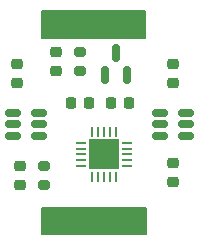
<source format=gbr>
%TF.GenerationSoftware,KiCad,Pcbnew,7.0.7*%
%TF.CreationDate,2023-11-24T20:38:26+10:30*%
%TF.ProjectId,ring_pcb_IR,72696e67-5f70-4636-925f-49522e6b6963,rev?*%
%TF.SameCoordinates,Original*%
%TF.FileFunction,Soldermask,Top*%
%TF.FilePolarity,Negative*%
%FSLAX46Y46*%
G04 Gerber Fmt 4.6, Leading zero omitted, Abs format (unit mm)*
G04 Created by KiCad (PCBNEW 7.0.7) date 2023-11-24 20:38:26*
%MOMM*%
%LPD*%
G01*
G04 APERTURE LIST*
G04 Aperture macros list*
%AMRoundRect*
0 Rectangle with rounded corners*
0 $1 Rounding radius*
0 $2 $3 $4 $5 $6 $7 $8 $9 X,Y pos of 4 corners*
0 Add a 4 corners polygon primitive as box body*
4,1,4,$2,$3,$4,$5,$6,$7,$8,$9,$2,$3,0*
0 Add four circle primitives for the rounded corners*
1,1,$1+$1,$2,$3*
1,1,$1+$1,$4,$5*
1,1,$1+$1,$6,$7*
1,1,$1+$1,$8,$9*
0 Add four rect primitives between the rounded corners*
20,1,$1+$1,$2,$3,$4,$5,0*
20,1,$1+$1,$4,$5,$6,$7,0*
20,1,$1+$1,$6,$7,$8,$9,0*
20,1,$1+$1,$8,$9,$2,$3,0*%
G04 Aperture macros list end*
%ADD10RoundRect,0.200000X0.275000X-0.200000X0.275000X0.200000X-0.275000X0.200000X-0.275000X-0.200000X0*%
%ADD11RoundRect,0.225000X-0.225000X-0.250000X0.225000X-0.250000X0.225000X0.250000X-0.225000X0.250000X0*%
%ADD12RoundRect,0.150000X0.150000X-0.587500X0.150000X0.587500X-0.150000X0.587500X-0.150000X-0.587500X0*%
%ADD13RoundRect,0.218750X0.256250X-0.218750X0.256250X0.218750X-0.256250X0.218750X-0.256250X-0.218750X0*%
%ADD14RoundRect,0.218750X-0.256250X0.218750X-0.256250X-0.218750X0.256250X-0.218750X0.256250X0.218750X0*%
%ADD15R,1.000000X1.000000*%
%ADD16RoundRect,0.150000X0.512500X0.150000X-0.512500X0.150000X-0.512500X-0.150000X0.512500X-0.150000X0*%
%ADD17RoundRect,0.062500X-0.362500X-0.062500X0.362500X-0.062500X0.362500X0.062500X-0.362500X0.062500X0*%
%ADD18RoundRect,0.062500X-0.062500X-0.362500X0.062500X-0.362500X0.062500X0.362500X-0.062500X0.362500X0*%
%ADD19R,2.600000X2.600000*%
%ADD20RoundRect,0.225000X0.225000X0.250000X-0.225000X0.250000X-0.225000X-0.250000X0.225000X-0.250000X0*%
%ADD21RoundRect,0.150000X-0.512500X-0.150000X0.512500X-0.150000X0.512500X0.150000X-0.512500X0.150000X0*%
G04 APERTURE END LIST*
D10*
%TO.C,R1*%
X132334000Y-116395000D03*
X132334000Y-114745000D03*
%TD*%
D11*
%TO.C,C1*%
X134607000Y-109474000D03*
X136157000Y-109474000D03*
%TD*%
D12*
%TO.C,Q1*%
X137480000Y-107109500D03*
X139380000Y-107109500D03*
X138430000Y-105234500D03*
%TD*%
D13*
%TO.C,D3*%
X130048000Y-107721500D03*
X130048000Y-106146500D03*
%TD*%
D14*
%TO.C,D1*%
X130302000Y-114808000D03*
X130302000Y-116383000D03*
%TD*%
%TO.C,D4*%
X143256000Y-114528500D03*
X143256000Y-116103500D03*
%TD*%
D15*
%TO.C,TP7*%
X136525000Y-102717600D03*
%TD*%
%TO.C,TP8*%
X136652000Y-119634000D03*
%TD*%
D16*
%TO.C,Q2*%
X144393500Y-112202000D03*
X144393500Y-111252000D03*
X144393500Y-110302000D03*
X142118500Y-110302000D03*
X142118500Y-111252000D03*
X142118500Y-112202000D03*
%TD*%
D13*
%TO.C,D2*%
X143256000Y-107721500D03*
X143256000Y-106146500D03*
%TD*%
D17*
%TO.C,U2*%
X135489000Y-112792000D03*
X135489000Y-113292000D03*
X135489000Y-113792000D03*
X135489000Y-114292000D03*
X135489000Y-114792000D03*
D18*
X136414000Y-115717000D03*
X136914000Y-115717000D03*
X137414000Y-115717000D03*
X137914000Y-115717000D03*
X138414000Y-115717000D03*
D17*
X139339000Y-114792000D03*
X139339000Y-114292000D03*
X139339000Y-113792000D03*
X139339000Y-113292000D03*
X139339000Y-112792000D03*
D18*
X138414000Y-111867000D03*
X137914000Y-111867000D03*
X137414000Y-111867000D03*
X136914000Y-111867000D03*
X136414000Y-111867000D03*
D19*
X137414000Y-113792000D03*
%TD*%
D20*
%TO.C,C2*%
X139560600Y-109474000D03*
X138010600Y-109474000D03*
%TD*%
D21*
%TO.C,Q3*%
X129672500Y-110302000D03*
X129672500Y-111252000D03*
X129672500Y-112202000D03*
X131947500Y-112202000D03*
X131947500Y-111252000D03*
X131947500Y-110302000D03*
%TD*%
D13*
%TO.C,D5*%
X133350000Y-106705500D03*
X133350000Y-105130500D03*
%TD*%
D10*
%TO.C,R2*%
X135382000Y-106743000D03*
X135382000Y-105093000D03*
%TD*%
G36*
X140963543Y-118256847D02*
G01*
X141009448Y-118309520D01*
X141020800Y-118361352D01*
X141020800Y-120526000D01*
X141001115Y-120593039D01*
X140948311Y-120638794D01*
X140896800Y-120650000D01*
X132204000Y-120650000D01*
X132136961Y-120630315D01*
X132091206Y-120577511D01*
X132080000Y-120526000D01*
X132080000Y-118386047D01*
X132099685Y-118319008D01*
X132152489Y-118273253D01*
X132203648Y-118262048D01*
X140896448Y-118237353D01*
X140963543Y-118256847D01*
G37*
G36*
X140938439Y-101619685D02*
G01*
X140984194Y-101672489D01*
X140995400Y-101724000D01*
X140995400Y-103888647D01*
X140975715Y-103955686D01*
X140922911Y-104001441D01*
X140871048Y-104012646D01*
X132178248Y-103987951D01*
X132111264Y-103968077D01*
X132065660Y-103915143D01*
X132054600Y-103863952D01*
X132054600Y-101724000D01*
X132074285Y-101656961D01*
X132127089Y-101611206D01*
X132178600Y-101600000D01*
X140871400Y-101600000D01*
X140938439Y-101619685D01*
G37*
M02*

</source>
